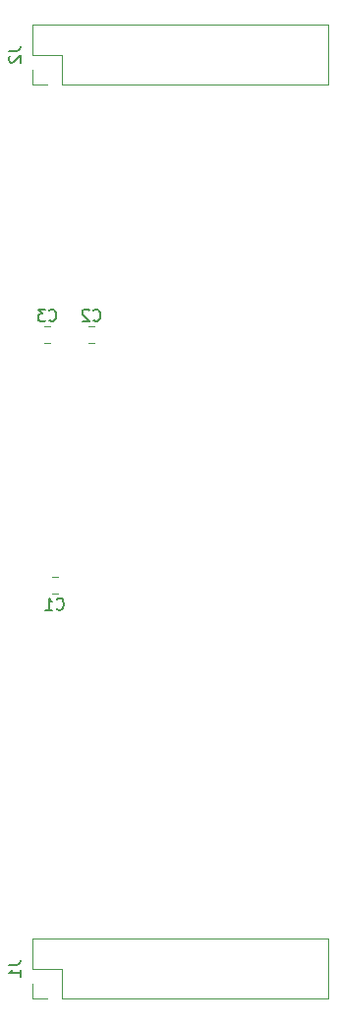
<source format=gbr>
G04 #@! TF.GenerationSoftware,KiCad,Pcbnew,8.0.0-8.0.0-1~ubuntu20.04.1*
G04 #@! TF.CreationDate,2024-03-05T18:45:30+01:00*
G04 #@! TF.ProjectId,stm32l476,73746d33-326c-4343-9736-2e6b69636164,rev?*
G04 #@! TF.SameCoordinates,Original*
G04 #@! TF.FileFunction,Legend,Bot*
G04 #@! TF.FilePolarity,Positive*
%FSLAX46Y46*%
G04 Gerber Fmt 4.6, Leading zero omitted, Abs format (unit mm)*
G04 Created by KiCad (PCBNEW 8.0.0-8.0.0-1~ubuntu20.04.1) date 2024-03-05 18:45:30*
%MOMM*%
%LPD*%
G01*
G04 APERTURE LIST*
%ADD10C,0.150000*%
%ADD11C,0.120000*%
G04 APERTURE END LIST*
D10*
X156704819Y-122856666D02*
X157419104Y-122856666D01*
X157419104Y-122856666D02*
X157561961Y-122809047D01*
X157561961Y-122809047D02*
X157657200Y-122713809D01*
X157657200Y-122713809D02*
X157704819Y-122570952D01*
X157704819Y-122570952D02*
X157704819Y-122475714D01*
X157704819Y-123856666D02*
X157704819Y-123285238D01*
X157704819Y-123570952D02*
X156704819Y-123570952D01*
X156704819Y-123570952D02*
X156847676Y-123475714D01*
X156847676Y-123475714D02*
X156942914Y-123380476D01*
X156942914Y-123380476D02*
X156990533Y-123285238D01*
X156704819Y-44116666D02*
X157419104Y-44116666D01*
X157419104Y-44116666D02*
X157561961Y-44069047D01*
X157561961Y-44069047D02*
X157657200Y-43973809D01*
X157657200Y-43973809D02*
X157704819Y-43830952D01*
X157704819Y-43830952D02*
X157704819Y-43735714D01*
X156800057Y-44545238D02*
X156752438Y-44592857D01*
X156752438Y-44592857D02*
X156704819Y-44688095D01*
X156704819Y-44688095D02*
X156704819Y-44926190D01*
X156704819Y-44926190D02*
X156752438Y-45021428D01*
X156752438Y-45021428D02*
X156800057Y-45069047D01*
X156800057Y-45069047D02*
X156895295Y-45116666D01*
X156895295Y-45116666D02*
X156990533Y-45116666D01*
X156990533Y-45116666D02*
X157133390Y-45069047D01*
X157133390Y-45069047D02*
X157704819Y-44497619D01*
X157704819Y-44497619D02*
X157704819Y-45116666D01*
X160821666Y-92179580D02*
X160869285Y-92227200D01*
X160869285Y-92227200D02*
X161012142Y-92274819D01*
X161012142Y-92274819D02*
X161107380Y-92274819D01*
X161107380Y-92274819D02*
X161250237Y-92227200D01*
X161250237Y-92227200D02*
X161345475Y-92131961D01*
X161345475Y-92131961D02*
X161393094Y-92036723D01*
X161393094Y-92036723D02*
X161440713Y-91846247D01*
X161440713Y-91846247D02*
X161440713Y-91703390D01*
X161440713Y-91703390D02*
X161393094Y-91512914D01*
X161393094Y-91512914D02*
X161345475Y-91417676D01*
X161345475Y-91417676D02*
X161250237Y-91322438D01*
X161250237Y-91322438D02*
X161107380Y-91274819D01*
X161107380Y-91274819D02*
X161012142Y-91274819D01*
X161012142Y-91274819D02*
X160869285Y-91322438D01*
X160869285Y-91322438D02*
X160821666Y-91370057D01*
X159869285Y-92274819D02*
X160440713Y-92274819D01*
X160154999Y-92274819D02*
X160154999Y-91274819D01*
X160154999Y-91274819D02*
X160250237Y-91417676D01*
X160250237Y-91417676D02*
X160345475Y-91512914D01*
X160345475Y-91512914D02*
X160440713Y-91560533D01*
X160186666Y-67288580D02*
X160234285Y-67336200D01*
X160234285Y-67336200D02*
X160377142Y-67383819D01*
X160377142Y-67383819D02*
X160472380Y-67383819D01*
X160472380Y-67383819D02*
X160615237Y-67336200D01*
X160615237Y-67336200D02*
X160710475Y-67240961D01*
X160710475Y-67240961D02*
X160758094Y-67145723D01*
X160758094Y-67145723D02*
X160805713Y-66955247D01*
X160805713Y-66955247D02*
X160805713Y-66812390D01*
X160805713Y-66812390D02*
X160758094Y-66621914D01*
X160758094Y-66621914D02*
X160710475Y-66526676D01*
X160710475Y-66526676D02*
X160615237Y-66431438D01*
X160615237Y-66431438D02*
X160472380Y-66383819D01*
X160472380Y-66383819D02*
X160377142Y-66383819D01*
X160377142Y-66383819D02*
X160234285Y-66431438D01*
X160234285Y-66431438D02*
X160186666Y-66479057D01*
X159853332Y-66383819D02*
X159234285Y-66383819D01*
X159234285Y-66383819D02*
X159567618Y-66764771D01*
X159567618Y-66764771D02*
X159424761Y-66764771D01*
X159424761Y-66764771D02*
X159329523Y-66812390D01*
X159329523Y-66812390D02*
X159281904Y-66860009D01*
X159281904Y-66860009D02*
X159234285Y-66955247D01*
X159234285Y-66955247D02*
X159234285Y-67193342D01*
X159234285Y-67193342D02*
X159281904Y-67288580D01*
X159281904Y-67288580D02*
X159329523Y-67336200D01*
X159329523Y-67336200D02*
X159424761Y-67383819D01*
X159424761Y-67383819D02*
X159710475Y-67383819D01*
X159710475Y-67383819D02*
X159805713Y-67336200D01*
X159805713Y-67336200D02*
X159853332Y-67288580D01*
X163996666Y-67288580D02*
X164044285Y-67336200D01*
X164044285Y-67336200D02*
X164187142Y-67383819D01*
X164187142Y-67383819D02*
X164282380Y-67383819D01*
X164282380Y-67383819D02*
X164425237Y-67336200D01*
X164425237Y-67336200D02*
X164520475Y-67240961D01*
X164520475Y-67240961D02*
X164568094Y-67145723D01*
X164568094Y-67145723D02*
X164615713Y-66955247D01*
X164615713Y-66955247D02*
X164615713Y-66812390D01*
X164615713Y-66812390D02*
X164568094Y-66621914D01*
X164568094Y-66621914D02*
X164520475Y-66526676D01*
X164520475Y-66526676D02*
X164425237Y-66431438D01*
X164425237Y-66431438D02*
X164282380Y-66383819D01*
X164282380Y-66383819D02*
X164187142Y-66383819D01*
X164187142Y-66383819D02*
X164044285Y-66431438D01*
X164044285Y-66431438D02*
X163996666Y-66479057D01*
X163615713Y-66479057D02*
X163568094Y-66431438D01*
X163568094Y-66431438D02*
X163472856Y-66383819D01*
X163472856Y-66383819D02*
X163234761Y-66383819D01*
X163234761Y-66383819D02*
X163139523Y-66431438D01*
X163139523Y-66431438D02*
X163091904Y-66479057D01*
X163091904Y-66479057D02*
X163044285Y-66574295D01*
X163044285Y-66574295D02*
X163044285Y-66669533D01*
X163044285Y-66669533D02*
X163091904Y-66812390D01*
X163091904Y-66812390D02*
X163663332Y-67383819D01*
X163663332Y-67383819D02*
X163044285Y-67383819D01*
D11*
X184210000Y-120590000D02*
X184210000Y-125790000D01*
X158690000Y-120590000D02*
X184210000Y-120590000D01*
X158690000Y-120590000D02*
X158690000Y-123190000D01*
X161290000Y-123190000D02*
X161290000Y-125790000D01*
X158690000Y-123190000D02*
X161290000Y-123190000D01*
X158690000Y-124460000D02*
X158690000Y-125790000D01*
X161290000Y-125790000D02*
X184210000Y-125790000D01*
X158690000Y-125790000D02*
X160020000Y-125790000D01*
X184210000Y-41850000D02*
X184210000Y-47050000D01*
X158690000Y-41850000D02*
X184210000Y-41850000D01*
X158690000Y-41850000D02*
X158690000Y-44450000D01*
X161290000Y-44450000D02*
X161290000Y-47050000D01*
X158690000Y-44450000D02*
X161290000Y-44450000D01*
X158690000Y-45720000D02*
X158690000Y-47050000D01*
X161290000Y-47050000D02*
X184210000Y-47050000D01*
X158690000Y-47050000D02*
X160020000Y-47050000D01*
X160396422Y-89460000D02*
X160913578Y-89460000D01*
X160396422Y-90880000D02*
X160913578Y-90880000D01*
X160278578Y-69290000D02*
X159761422Y-69290000D01*
X160278578Y-67870000D02*
X159761422Y-67870000D01*
X163571422Y-67870000D02*
X164088578Y-67870000D01*
X163571422Y-69290000D02*
X164088578Y-69290000D01*
M02*

</source>
